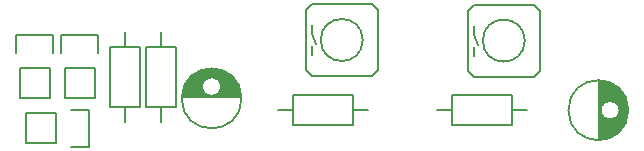
<source format=gbr>
G04 #@! TF.FileFunction,Legend,Top*
%FSLAX46Y46*%
G04 Gerber Fmt 4.6, Leading zero omitted, Abs format (unit mm)*
G04 Created by KiCad (PCBNEW 0.201601231531+6508~42~ubuntu15.10.1-product) date Sun 24 Jan 2016 05:36:49 PM CET*
%MOMM*%
G01*
G04 APERTURE LIST*
%ADD10C,0.020000*%
%ADD11C,0.150000*%
%ADD12C,0.127000*%
G04 APERTURE END LIST*
D10*
D11*
X137963000Y-106875000D02*
X142961000Y-106875000D01*
X137971000Y-106735000D02*
X140308000Y-106735000D01*
X140616000Y-106735000D02*
X142953000Y-106735000D01*
X137987000Y-106595000D02*
X139989000Y-106595000D01*
X140935000Y-106595000D02*
X142937000Y-106595000D01*
X138011000Y-106455000D02*
X139842000Y-106455000D01*
X141082000Y-106455000D02*
X142913000Y-106455000D01*
X138044000Y-106315000D02*
X139750000Y-106315000D01*
X141174000Y-106315000D02*
X142880000Y-106315000D01*
X138085000Y-106175000D02*
X139694000Y-106175000D01*
X141230000Y-106175000D02*
X142839000Y-106175000D01*
X138135000Y-106035000D02*
X139667000Y-106035000D01*
X141257000Y-106035000D02*
X142789000Y-106035000D01*
X138196000Y-105895000D02*
X139664000Y-105895000D01*
X141260000Y-105895000D02*
X142728000Y-105895000D01*
X138266000Y-105755000D02*
X139686000Y-105755000D01*
X141238000Y-105755000D02*
X142658000Y-105755000D01*
X138348000Y-105615000D02*
X139736000Y-105615000D01*
X141188000Y-105615000D02*
X142576000Y-105615000D01*
X138443000Y-105475000D02*
X139818000Y-105475000D01*
X141106000Y-105475000D02*
X142481000Y-105475000D01*
X138554000Y-105335000D02*
X139950000Y-105335000D01*
X140974000Y-105335000D02*
X142370000Y-105335000D01*
X138682000Y-105195000D02*
X140197000Y-105195000D01*
X140727000Y-105195000D02*
X142242000Y-105195000D01*
X138831000Y-105055000D02*
X142093000Y-105055000D01*
X139010000Y-104915000D02*
X141914000Y-104915000D01*
X139229000Y-104775000D02*
X141695000Y-104775000D01*
X139518000Y-104635000D02*
X141406000Y-104635000D01*
X139990000Y-104495000D02*
X140934000Y-104495000D01*
X141262000Y-105950000D02*
G75*
G03X141262000Y-105950000I-800000J0D01*
G01*
X142999500Y-106950000D02*
G75*
G03X142999500Y-106950000I-2537500J0D01*
G01*
X165862000Y-109220000D02*
X160782000Y-109220000D01*
X160782000Y-109220000D02*
X160782000Y-106680000D01*
X160782000Y-106680000D02*
X165862000Y-106680000D01*
X165862000Y-106680000D02*
X165862000Y-109220000D01*
X165862000Y-107950000D02*
X167132000Y-107950000D01*
X160782000Y-107950000D02*
X159512000Y-107950000D01*
X147320000Y-106680000D02*
X152400000Y-106680000D01*
X152400000Y-106680000D02*
X152400000Y-109220000D01*
X152400000Y-109220000D02*
X147320000Y-109220000D01*
X147320000Y-109220000D02*
X147320000Y-106680000D01*
X147320000Y-107950000D02*
X146050000Y-107950000D01*
X152400000Y-107950000D02*
X153670000Y-107950000D01*
X134366000Y-102616000D02*
X134366000Y-107696000D01*
X134366000Y-107696000D02*
X131826000Y-107696000D01*
X131826000Y-107696000D02*
X131826000Y-102616000D01*
X131826000Y-102616000D02*
X134366000Y-102616000D01*
X133096000Y-102616000D02*
X133096000Y-101346000D01*
X133096000Y-107696000D02*
X133096000Y-108966000D01*
D12*
X148946000Y-101498000D02*
X149327000Y-102387000D01*
X148946000Y-103276000D02*
X148946000Y-102514000D01*
X148946000Y-100736000D02*
X148946000Y-101498000D01*
X148946000Y-98958000D02*
X154026000Y-98958000D01*
X154026000Y-98958000D02*
X154534000Y-99466000D01*
X154534000Y-99466000D02*
X154534000Y-104546000D01*
X154534000Y-104546000D02*
X154026000Y-105054000D01*
X154026000Y-105054000D02*
X148946000Y-105054000D01*
X148946000Y-105054000D02*
X148438000Y-104546000D01*
X148438000Y-104546000D02*
X148438000Y-99466000D01*
X148438000Y-99466000D02*
X148946000Y-98958000D01*
X153264000Y-102006000D02*
G75*
G03X153264000Y-102006000I-1778000J0D01*
G01*
D11*
X173287000Y-105451000D02*
X173287000Y-110449000D01*
X173427000Y-105459000D02*
X173427000Y-107796000D01*
X173427000Y-108104000D02*
X173427000Y-110441000D01*
X173567000Y-105475000D02*
X173567000Y-107477000D01*
X173567000Y-108423000D02*
X173567000Y-110425000D01*
X173707000Y-105499000D02*
X173707000Y-107330000D01*
X173707000Y-108570000D02*
X173707000Y-110401000D01*
X173847000Y-105532000D02*
X173847000Y-107238000D01*
X173847000Y-108662000D02*
X173847000Y-110368000D01*
X173987000Y-105573000D02*
X173987000Y-107182000D01*
X173987000Y-108718000D02*
X173987000Y-110327000D01*
X174127000Y-105623000D02*
X174127000Y-107155000D01*
X174127000Y-108745000D02*
X174127000Y-110277000D01*
X174267000Y-105684000D02*
X174267000Y-107152000D01*
X174267000Y-108748000D02*
X174267000Y-110216000D01*
X174407000Y-105754000D02*
X174407000Y-107174000D01*
X174407000Y-108726000D02*
X174407000Y-110146000D01*
X174547000Y-105836000D02*
X174547000Y-107224000D01*
X174547000Y-108676000D02*
X174547000Y-110064000D01*
X174687000Y-105931000D02*
X174687000Y-107306000D01*
X174687000Y-108594000D02*
X174687000Y-109969000D01*
X174827000Y-106042000D02*
X174827000Y-107438000D01*
X174827000Y-108462000D02*
X174827000Y-109858000D01*
X174967000Y-106170000D02*
X174967000Y-107685000D01*
X174967000Y-108215000D02*
X174967000Y-109730000D01*
X175107000Y-106319000D02*
X175107000Y-109581000D01*
X175247000Y-106498000D02*
X175247000Y-109402000D01*
X175387000Y-106717000D02*
X175387000Y-109183000D01*
X175527000Y-107006000D02*
X175527000Y-108894000D01*
X175667000Y-107478000D02*
X175667000Y-108422000D01*
X175012000Y-107950000D02*
G75*
G03X175012000Y-107950000I-800000J0D01*
G01*
X175749500Y-107950000D02*
G75*
G03X175749500Y-107950000I-2537500J0D01*
G01*
X137414000Y-102616000D02*
X137414000Y-107696000D01*
X137414000Y-107696000D02*
X134874000Y-107696000D01*
X134874000Y-107696000D02*
X134874000Y-102616000D01*
X134874000Y-102616000D02*
X137414000Y-102616000D01*
X136144000Y-102616000D02*
X136144000Y-101346000D01*
X136144000Y-107696000D02*
X136144000Y-108966000D01*
D12*
X162662000Y-101549000D02*
X163043000Y-102438000D01*
X162662000Y-103327000D02*
X162662000Y-102565000D01*
X162662000Y-100787000D02*
X162662000Y-101549000D01*
X162662000Y-99009000D02*
X167742000Y-99009000D01*
X167742000Y-99009000D02*
X168250000Y-99517000D01*
X168250000Y-99517000D02*
X168250000Y-104597000D01*
X168250000Y-104597000D02*
X167742000Y-105105000D01*
X167742000Y-105105000D02*
X162662000Y-105105000D01*
X162662000Y-105105000D02*
X162154000Y-104597000D01*
X162154000Y-104597000D02*
X162154000Y-99517000D01*
X162154000Y-99517000D02*
X162662000Y-99009000D01*
X166980000Y-102057000D02*
G75*
G03X166980000Y-102057000I-1778000J0D01*
G01*
D11*
X127254000Y-110744000D02*
X124714000Y-110744000D01*
X130074000Y-111024000D02*
X128524000Y-111024000D01*
X127254000Y-110744000D02*
X127254000Y-108204000D01*
X128524000Y-107924000D02*
X130074000Y-107924000D01*
X130074000Y-107924000D02*
X130074000Y-111024000D01*
X127254000Y-108204000D02*
X124714000Y-108204000D01*
X124714000Y-108204000D02*
X124714000Y-110744000D01*
X130556000Y-104394000D02*
X130556000Y-106934000D01*
X130836000Y-101574000D02*
X130836000Y-103124000D01*
X130556000Y-104394000D02*
X128016000Y-104394000D01*
X127736000Y-103124000D02*
X127736000Y-101574000D01*
X127736000Y-101574000D02*
X130836000Y-101574000D01*
X128016000Y-104394000D02*
X128016000Y-106934000D01*
X128016000Y-106934000D02*
X130556000Y-106934000D01*
X126746000Y-104394000D02*
X126746000Y-106934000D01*
X127026000Y-101574000D02*
X127026000Y-103124000D01*
X126746000Y-104394000D02*
X124206000Y-104394000D01*
X123926000Y-103124000D02*
X123926000Y-101574000D01*
X123926000Y-101574000D02*
X127026000Y-101574000D01*
X124206000Y-104394000D02*
X124206000Y-106934000D01*
X124206000Y-106934000D02*
X126746000Y-106934000D01*
M02*

</source>
